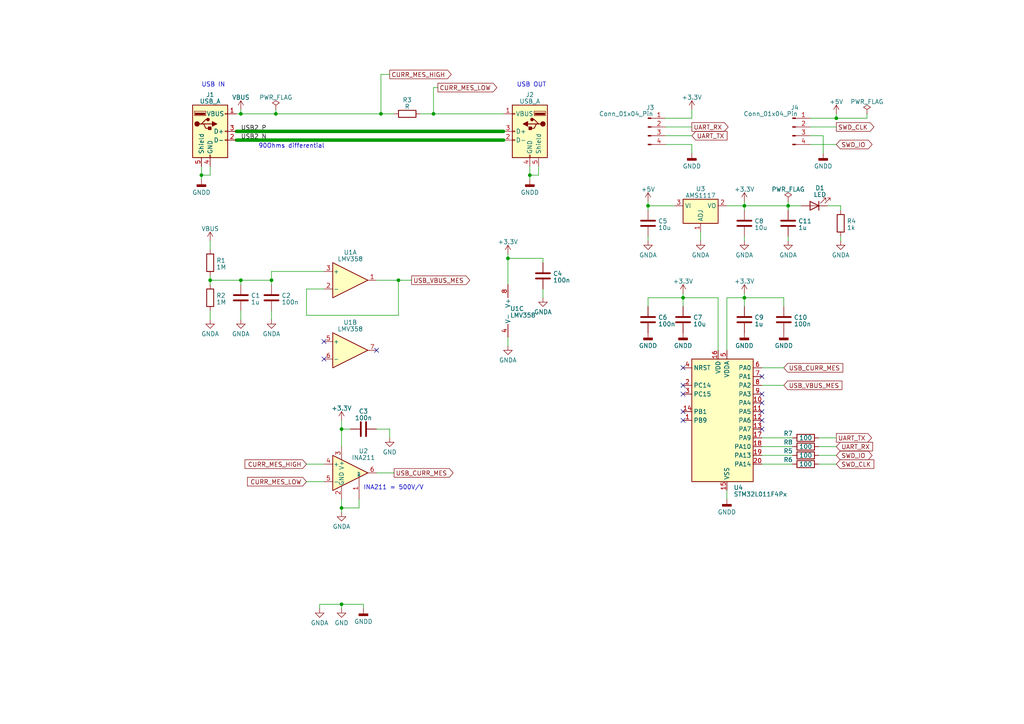
<source format=kicad_sch>
(kicad_sch (version 20230121) (generator eeschema)
  (paper "A4")
  (lib_symbols
    (symbol "Achille_library_7:INA211" (pin_names (offset 0.127))
      (property "Reference" "U" (at 3.81 3.81 0))
      (property "Value" "INA211" (at 3.81 -2.54 0))
      (symbol "INA211_0_1"
        (polyline (pts (xy 5.08 0) (xy -5.08 5.08) (xy -5.08 -5.08) (xy 5.08 0)) (stroke (width 0.254)) (fill (type background)))
      )
      (symbol "INA211_1_1"
        (pin input line (at 2.54 -7.62 90) (length 6.35) (name "REF") (number "1"))
        (pin power_in line (at -2.54 -7.62 90) (length 3.81) (name "GND") (number "2"))
        (pin power_in line (at -2.54 7.62 270) (length 3.81) (name "V+") (number "3"))
        (pin input line (at -7.62 2.54 0) (length 2.54) (name "+") (number "4"))
        (pin input line (at -7.62 -2.54 0) (length 2.54) (name "-") (number "5"))
        (pin output line (at 7.62 0 180) (length 2.54) (name "~") (number "6"))
      )
    )
    (symbol "Amplifier_Operational:LMV358" (pin_names (offset 0.127))
      (property "Reference" "U" (at 0 5.08 0))
      (property "Value" "LMV358" (at 0 -5.08 0))
      (symbol "LMV358_1_1"
        (polyline (pts (xy -5.08 5.08) (xy 5.08 0) (xy -5.08 -5.08) (xy -5.08 5.08)) (stroke (width 0.254)) (fill (type background)))
        (pin output line (at 7.62 0 180) (length 2.54) (name "~") (number "1"))
        (pin input line (at -7.62 -2.54 0) (length 2.54) (name "-") (number "2"))
        (pin input line (at -7.62 2.54 0) (length 2.54) (name "+") (number "3"))
      )
      (symbol "LMV358_2_1"
        (polyline (pts (xy -5.08 5.08) (xy 5.08 0) (xy -5.08 -5.08) (xy -5.08 5.08)) (stroke (width 0.254)) (fill (type background)))
        (pin input line (at -7.62 2.54 0) (length 2.54) (name "+") (number "5"))
        (pin input line (at -7.62 -2.54 0) (length 2.54) (name "-") (number "6"))
        (pin output line (at 7.62 0 180) (length 2.54) (name "~") (number "7"))
      )
      (symbol "LMV358_3_1"
        (pin power_in line (at -2.54 -7.62 90) (length 3.81) (name "V-") (number "4"))
        (pin power_in line (at -2.54 7.62 270) (length 3.81) (name "V+") (number "8"))
      )
    )
    (symbol "Connector:Conn_01x04_Pin" (pin_names (offset 1.016) hide)
      (property "Reference" "J" (at 0 5.08 0))
      (property "Value" "Conn_01x04_Pin" (at 0 -7.62 0))
      (symbol "Conn_01x04_Pin_1_1"
        (polyline (pts (xy 1.27 -5.08) (xy 0.8636 -5.08)) (stroke (width 0.1524)))
        (polyline (pts (xy 1.27 -2.54) (xy 0.8636 -2.54)) (stroke (width 0.1524)))
        (polyline (pts (xy 1.27 0) (xy 0.8636 0)) (stroke (width 0.1524)))
        (polyline (pts (xy 1.27 2.54) (xy 0.8636 2.54)) (stroke (width 0.1524)))
        (rectangle (start 0.8636 -4.953) (end 0 -5.207) (stroke (width 0.1524)) (fill (type outline)))
        (rectangle (start 0.8636 -2.413) (end 0 -2.667) (stroke (width 0.1524)) (fill (type outline)))
        (rectangle (start 0.8636 0.127) (end 0 -0.127) (stroke (width 0.1524)) (fill (type outline)))
        (rectangle (start 0.8636 2.667) (end 0 2.413) (stroke (width 0.1524)) (fill (type outline)))
        (pin passive line (at 5.08 2.54 180) (length 3.81) (name "Pin_1") (number "1"))
        (pin passive line (at 5.08 0 180) (length 3.81) (name "Pin_2") (number "2"))
        (pin passive line (at 5.08 -2.54 180) (length 3.81) (name "Pin_3") (number "3"))
        (pin passive line (at 5.08 -5.08 180) (length 3.81) (name "Pin_4") (number "4"))
      )
    )
    (symbol "Connector:USB_A" (pin_names (offset 1.016))
      (property "Reference" "J" (at -5.08 11.43 0))
      (property "Value" "USB_A" (at -5.08 8.89 0))
      (symbol "USB_A_0_1"
        (rectangle (start -5.08 -7.62) (end 5.08 7.62) (stroke (width 0.254)) (fill (type background)))
        (circle (center -3.81 2.159) (radius 0.635) (stroke (width 0.254)) (fill (type outline)))
        (rectangle (start -1.524 4.826) (end -4.318 5.334) (fill (type outline)))
        (rectangle (start -1.27 4.572) (end -4.572 5.842))
        (circle (center -0.635 3.429) (radius 0.381) (stroke (width 0.254)) (fill (type outline)))
        (rectangle (start -0.127 -7.62) (end 0.127 -6.858))
        (polyline (pts (xy -3.175 2.159) (xy -2.54 2.159) (xy -1.27 3.429) (xy -0.635 3.429)) (stroke (width 0.254)))
        (polyline (pts (xy -2.54 2.159) (xy -1.905 2.159) (xy -1.27 0.889) (xy 0 0.889)) (stroke (width 0.254)))
        (polyline (pts (xy 0.635 2.794) (xy 0.635 1.524) (xy 1.905 2.159) (xy 0.635 2.794)) (stroke (width 0.254)) (fill (type outline)))
        (rectangle (start 0.254 1.27) (end -0.508 0.508) (stroke (width 0.254)) (fill (type outline)))
        (rectangle (start 5.08 -2.667) (end 4.318 -2.413))
        (rectangle (start 5.08 -0.127) (end 4.318 0.127))
        (rectangle (start 5.08 4.953) (end 4.318 5.207))
      )
      (symbol "USB_A_1_1"
        (polyline (pts (xy -1.905 2.159) (xy 0.635 2.159)) (stroke (width 0.254)))
        (pin power_in line (at 7.62 5.08 180) (length 2.54) (name "VBUS") (number "1"))
        (pin bidirectional line (at 7.62 -2.54 180) (length 2.54) (name "D-") (number "2"))
        (pin bidirectional line (at 7.62 0 180) (length 2.54) (name "D+") (number "3"))
        (pin power_in line (at 0 -10.16 90) (length 2.54) (name "GND") (number "4"))
        (pin passive line (at -2.54 -10.16 90) (length 2.54) (name "Shield") (number "5"))
      )
    )
    (symbol "Device:C" (pin_numbers hide) (pin_names (offset 0.254))
      (property "Reference" "C" (at 0.635 2.54 0))
      (property "Value" "C" (at 0.635 -2.54 0))
      (symbol "C_0_1"
        (polyline (pts (xy -2.032 -0.762) (xy 2.032 -0.762)) (stroke (width 0.508)))
        (polyline (pts (xy -2.032 0.762) (xy 2.032 0.762)) (stroke (width 0.508)))
      )
      (symbol "C_1_1"
        (pin passive line (at 0 3.81 270) (length 2.794) (name "~") (number "1"))
        (pin passive line (at 0 -3.81 90) (length 2.794) (name "~") (number "2"))
      )
    )
    (symbol "Device:LED" (pin_numbers hide) (pin_names (offset 1.016) hide)
      (property "Reference" "D" (at 0 2.54 0))
      (property "Value" "LED" (at 0 -2.54 0))
      (symbol "LED_0_1"
        (polyline (pts (xy -1.27 -1.27) (xy -1.27 1.27)) (stroke (width 0.254)))
        (polyline (pts (xy -1.27 0) (xy 1.27 0)))
        (polyline (pts (xy 1.27 -1.27) (xy 1.27 1.27) (xy -1.27 0) (xy 1.27 -1.27)) (stroke (width 0.254)))
        (polyline (pts (xy -3.048 -0.762) (xy -4.572 -2.286) (xy -3.81 -2.286) (xy -4.572 -2.286) (xy -4.572 -1.524)))
        (polyline (pts (xy -1.778 -0.762) (xy -3.302 -2.286) (xy -2.54 -2.286) (xy -3.302 -2.286) (xy -3.302 -1.524)))
      )
      (symbol "LED_1_1"
        (pin passive line (at -3.81 0 0) (length 2.54) (name "K") (number "1"))
        (pin passive line (at 3.81 0 180) (length 2.54) (name "A") (number "2"))
      )
    )
    (symbol "Device:R" (pin_numbers hide) (pin_names (offset 0))
      (property "Reference" "R" (at 2.032 0 90))
      (property "Value" "R" (at 0 0 90))
      (symbol "R_0_1"
        (rectangle (start -1.016 -2.54) (end 1.016 2.54) (stroke (width 0.254)))
      )
      (symbol "R_1_1"
        (pin passive line (at 0 3.81 270) (length 1.27) (name "~") (number "1"))
        (pin passive line (at 0 -3.81 90) (length 1.27) (name "~") (number "2"))
      )
    )
    (symbol "MCU_ST_STM32L0:STM32L011F4Px"
      (property "Reference" "U" (at -7.62 19.05 0))
      (property "Value" "STM32L011F4Px" (at 5.08 19.05 0))
      (symbol "STM32L011F4Px_0_1"
        (rectangle (start -7.62 -17.78) (end 10.16 17.78) (stroke (width 0.254)) (fill (type background)))
      )
      (symbol "STM32L011F4Px_1_1"
        (pin bidirectional line (at -10.16 0 0) (length 2.54) (name "PB9") (number "1"))
        (pin bidirectional line (at 12.7 5.08 180) (length 2.54) (name "PA4") (number "10"))
        (pin bidirectional line (at 12.7 2.54 180) (length 2.54) (name "PA5") (number "11"))
        (pin bidirectional line (at 12.7 0 180) (length 2.54) (name "PA6") (number "12"))
        (pin bidirectional line (at 12.7 -2.54 180) (length 2.54) (name "PA7") (number "13"))
        (pin bidirectional line (at -10.16 2.54 0) (length 2.54) (name "PB1") (number "14"))
        (pin power_in line (at 2.54 -20.32 90) (length 2.54) (name "VSS") (number "15"))
        (pin power_in line (at 0 20.32 270) (length 2.54) (name "VDD") (number "16"))
        (pin bidirectional line (at 12.7 -5.08 180) (length 2.54) (name "PA9") (number "17"))
        (pin bidirectional line (at 12.7 -7.62 180) (length 2.54) (name "PA10") (number "18"))
        (pin bidirectional line (at 12.7 -10.16 180) (length 2.54) (name "PA13") (number "19"))
        (pin bidirectional line (at -10.16 10.16 0) (length 2.54) (name "PC14") (number "2"))
        (pin bidirectional line (at 12.7 -12.7 180) (length 2.54) (name "PA14") (number "20"))
        (pin bidirectional line (at -10.16 7.62 0) (length 2.54) (name "PC15") (number "3"))
        (pin input line (at -10.16 15.24 0) (length 2.54) (name "NRST") (number "4"))
        (pin power_in line (at 2.54 20.32 270) (length 2.54) (name "VDDA") (number "5"))
        (pin bidirectional line (at 12.7 15.24 180) (length 2.54) (name "PA0") (number "6"))
        (pin bidirectional line (at 12.7 12.7 180) (length 2.54) (name "PA1") (number "7"))
        (pin bidirectional line (at 12.7 10.16 180) (length 2.54) (name "PA2") (number "8"))
        (pin bidirectional line (at 12.7 7.62 180) (length 2.54) (name "PA3") (number "9"))
      )
    )
    (symbol "Regulator_Linear:AMS1117"
      (property "Reference" "U" (at -3.81 3.175 0))
      (property "Value" "AMS1117" (at 0 3.175 0))
      (symbol "AMS1117_0_1"
        (rectangle (start -5.08 -5.08) (end 5.08 1.905) (stroke (width 0.254)) (fill (type background)))
      )
      (symbol "AMS1117_1_1"
        (pin input line (at 0 -7.62 90) (length 2.54) (name "ADJ") (number "1"))
        (pin power_out line (at 7.62 0 180) (length 2.54) (name "VO") (number "2"))
        (pin power_in line (at -7.62 0 0) (length 2.54) (name "VI") (number "3"))
      )
    )
    (symbol "power:+3.3V" (power) (pin_names (offset 0))
      (property "Value" "+3.3V" (at 0 3.556 0))
      (symbol "+3.3V_0_1"
        (polyline (pts (xy -0.762 1.27) (xy 0 2.54)))
        (polyline (pts (xy 0 0) (xy 0 2.54)))
        (polyline (pts (xy 0 2.54) (xy 0.762 1.27)))
      )
      (symbol "+3.3V_1_1"
        (pin power_in line (at 0 0 90) (length 0) hide (name "+3.3V") (number "1"))
      )
    )
    (symbol "power:+5V" (power) (pin_names (offset 0))
      (property "Value" "+5V" (at 0 3.556 0))
      (symbol "+5V_0_1"
        (polyline (pts (xy -0.762 1.27) (xy 0 2.54)))
        (polyline (pts (xy 0 0) (xy 0 2.54)))
        (polyline (pts (xy 0 2.54) (xy 0.762 1.27)))
      )
      (symbol "+5V_1_1"
        (pin power_in line (at 0 0 90) (length 0) hide (name "+5V") (number "1"))
      )
    )
    (symbol "power:GND" (power) (pin_names (offset 0))
      (property "Value" "GND" (at 0 -3.81 0))
      (symbol "GND_0_1"
        (polyline (pts (xy 0 0) (xy 0 -1.27) (xy 1.27 -1.27) (xy 0 -2.54) (xy -1.27 -1.27) (xy 0 -1.27)))
      )
      (symbol "GND_1_1"
        (pin power_in line (at 0 0 270) (length 0) hide (name "GND") (number "1"))
      )
    )
    (symbol "power:GNDA" (power) (pin_names (offset 0))
      (property "Value" "GNDA" (at 0 -3.81 0))
      (symbol "GNDA_0_1"
        (polyline (pts (xy 0 0) (xy 0 -1.27) (xy 1.27 -1.27) (xy 0 -2.54) (xy -1.27 -1.27) (xy 0 -1.27)))
      )
      (symbol "GNDA_1_1"
        (pin power_in line (at 0 0 270) (length 0) hide (name "GNDA") (number "1"))
      )
    )
    (symbol "power:GNDD" (power) (pin_names (offset 0))
      (property "Value" "GNDD" (at 0 -3.175 0))
      (symbol "GNDD_0_1"
        (rectangle (start -1.27 -1.524) (end 1.27 -2.032) (stroke (width 0.254)) (fill (type outline)))
        (polyline (pts (xy 0 0) (xy 0 -1.524)))
      )
      (symbol "GNDD_1_1"
        (pin power_in line (at 0 0 270) (length 0) hide (name "GNDD") (number "1"))
      )
    )
    (symbol "power:PWR_FLAG" (power) (pin_numbers hide) (pin_names (offset 0) hide)
      (property "Value" "PWR_FLAG" (at 0 3.81 0))
      (symbol "PWR_FLAG_0_0"
        (pin power_out line (at 0 0 90) (length 0) (name "pwr") (number "1"))
      )
      (symbol "PWR_FLAG_0_1"
        (polyline (pts (xy 0 0) (xy 0 1.27) (xy -1.016 1.905) (xy 0 2.54) (xy 1.016 1.905) (xy 0 1.27)))
      )
    )
    (symbol "power:VBUS" (power) (pin_names (offset 0))
      (property "Value" "VBUS" (at 0 3.81 0))
      (symbol "VBUS_0_1"
        (polyline (pts (xy -0.762 1.27) (xy 0 2.54)))
        (polyline (pts (xy 0 0) (xy 0 2.54)))
        (polyline (pts (xy 0 2.54) (xy 0.762 1.27)))
      )
      (symbol "VBUS_1_1"
        (pin power_in line (at 0 0 90) (length 0) hide (name "VBUS") (number "1"))
      )
    )
  )
  (junction (at 60.96 81.28))
  (junction (at 69.85 33.02))
  (junction (at 125.73 33.02))
  (junction (at 242.57 34.29))
  (junction (at 187.96 59.69))
  (junction (at 215.9 86.36))
  (junction (at 58.42 50.8))
  (junction (at 99.06 147.32))
  (junction (at 153.67 50.8))
  (junction (at 215.9 59.69))
  (junction (at 198.12 86.36))
  (junction (at 99.06 124.46))
  (junction (at 228.6 59.69))
  (junction (at 69.85 81.28))
  (junction (at 78.74 81.28))
  (junction (at 115.57 81.28))
  (junction (at 147.32 74.93))
  (junction (at 99.06 175.26))
  (junction (at 110.49 33.02))
  (junction (at 80.01 33.02))
  (no_connect (at 220.98 109.22))
  (no_connect (at 220.98 124.46))
  (no_connect (at 109.22 101.6))
  (no_connect (at 220.98 114.3))
  (no_connect (at 220.98 121.92))
  (no_connect (at 220.98 119.38))
  (no_connect (at 198.12 119.38))
  (no_connect (at 93.98 99.06))
  (no_connect (at 198.12 114.3))
  (no_connect (at 198.12 106.68))
  (no_connect (at 220.98 116.84))
  (no_connect (at 198.12 111.76))
  (no_connect (at 93.98 104.14))
  (no_connect (at 198.12 121.92))
  (wire (pts (xy 68.58 33.02) (xy 69.85 33.02)))
  (wire (pts (xy 88.9 134.62) (xy 93.98 134.62)))
  (wire (pts (xy 153.67 50.8) (xy 153.67 52.07)))
  (wire (pts (xy 88.9 91.44) (xy 115.57 91.44)))
  (wire (pts (xy 215.9 59.69) (xy 228.6 59.69)))
  (wire (pts (xy 78.74 90.17) (xy 78.74 92.71)))
  (wire (pts (xy 80.01 33.02) (xy 110.49 33.02)))
  (wire (pts (xy 210.82 101.6) (xy 210.82 86.36)))
  (wire (pts (xy 93.98 78.74) (xy 78.74 78.74)))
  (wire (pts (xy 113.03 124.46) (xy 113.03 127)))
  (wire (pts (xy 243.84 68.58) (xy 243.84 69.85)))
  (wire (pts (xy 237.49 134.62) (xy 242.57 134.62)))
  (wire (pts (xy 60.96 81.28) (xy 60.96 82.55)))
  (wire (pts (xy 215.9 68.58) (xy 215.9 69.85)))
  (wire (pts (xy 187.96 86.36) (xy 187.96 88.9)))
  (wire (pts (xy 104.14 147.32) (xy 99.06 147.32)))
  (wire (pts (xy 200.66 34.29) (xy 193.04 34.29)))
  (wire (pts (xy 228.6 58.42) (xy 228.6 59.69)))
  (wire (pts (xy 110.49 21.59) (xy 110.49 33.02)))
  (wire (pts (xy 99.06 124.46) (xy 101.6 124.46)))
  (wire (pts (xy 187.96 59.69) (xy 187.96 60.96)))
  (wire (pts (xy 109.22 124.46) (xy 113.03 124.46)))
  (wire (pts (xy 60.96 90.17) (xy 60.96 92.71)))
  (wire (pts (xy 99.06 129.54) (xy 99.06 124.46)))
  (wire (pts (xy 220.98 134.62) (xy 229.87 134.62)))
  (wire (pts (xy 99.06 147.32) (xy 99.06 144.78)))
  (wire (pts (xy 68.58 38.1) (xy 146.05 38.1)) (stroke (width 1)))
  (wire (pts (xy 215.9 59.69) (xy 215.9 60.96)))
  (wire (pts (xy 153.67 48.26) (xy 153.67 50.8)))
  (wire (pts (xy 88.9 83.82) (xy 88.9 91.44)))
  (wire (pts (xy 109.22 137.16) (xy 114.3 137.16)))
  (wire (pts (xy 109.22 81.28) (xy 115.57 81.28)))
  (wire (pts (xy 92.71 175.26) (xy 99.06 175.26)))
  (wire (pts (xy 147.32 74.93) (xy 157.48 74.93)))
  (wire (pts (xy 68.58 40.64) (xy 146.05 40.64)) (stroke (width 1)))
  (wire (pts (xy 198.12 86.36) (xy 198.12 88.9)))
  (wire (pts (xy 60.96 69.85) (xy 60.96 72.39)))
  (wire (pts (xy 237.49 132.08) (xy 242.57 132.08)))
  (wire (pts (xy 105.41 175.26) (xy 105.41 176.53)))
  (wire (pts (xy 251.46 33.02) (xy 251.46 34.29)))
  (wire (pts (xy 234.95 36.83) (xy 242.57 36.83)))
  (wire (pts (xy 58.42 48.26) (xy 58.42 50.8)))
  (wire (pts (xy 157.48 83.82) (xy 157.48 86.36)))
  (wire (pts (xy 99.06 121.92) (xy 99.06 124.46)))
  (wire (pts (xy 228.6 68.58) (xy 228.6 69.85)))
  (wire (pts (xy 187.96 68.58) (xy 187.96 69.85)))
  (wire (pts (xy 147.32 73.66) (xy 147.32 74.93)))
  (wire (pts (xy 243.84 59.69) (xy 243.84 60.96)))
  (wire (pts (xy 69.85 31.75) (xy 69.85 33.02)))
  (wire (pts (xy 227.33 86.36) (xy 227.33 88.9)))
  (wire (pts (xy 208.28 86.36) (xy 198.12 86.36)))
  (wire (pts (xy 69.85 81.28) (xy 78.74 81.28)))
  (wire (pts (xy 220.98 132.08) (xy 229.87 132.08)))
  (wire (pts (xy 234.95 41.91) (xy 242.57 41.91)))
  (wire (pts (xy 237.49 129.54) (xy 242.57 129.54)))
  (wire (pts (xy 242.57 33.02) (xy 242.57 34.29)))
  (wire (pts (xy 60.96 50.8) (xy 60.96 48.26)))
  (wire (pts (xy 125.73 25.4) (xy 127 25.4)))
  (wire (pts (xy 115.57 81.28) (xy 119.38 81.28)))
  (wire (pts (xy 125.73 33.02) (xy 146.05 33.02)))
  (wire (pts (xy 147.32 97.79) (xy 147.32 100.33)))
  (wire (pts (xy 220.98 127) (xy 229.87 127)))
  (wire (pts (xy 60.96 80.01) (xy 60.96 81.28)))
  (wire (pts (xy 210.82 86.36) (xy 215.9 86.36)))
  (wire (pts (xy 60.96 81.28) (xy 69.85 81.28)))
  (wire (pts (xy 58.42 50.8) (xy 58.42 52.07)))
  (wire (pts (xy 215.9 85.09) (xy 215.9 86.36)))
  (wire (pts (xy 121.92 33.02) (xy 125.73 33.02)))
  (wire (pts (xy 110.49 21.59) (xy 113.03 21.59)))
  (wire (pts (xy 147.32 74.93) (xy 147.32 82.55)))
  (wire (pts (xy 203.2 67.31) (xy 203.2 69.85)))
  (wire (pts (xy 80.01 31.75) (xy 80.01 33.02)))
  (wire (pts (xy 228.6 59.69) (xy 232.41 59.69)))
  (wire (pts (xy 104.14 144.78) (xy 104.14 147.32)))
  (wire (pts (xy 200.66 41.91) (xy 200.66 44.45)))
  (wire (pts (xy 193.04 36.83) (xy 200.66 36.83)))
  (wire (pts (xy 237.49 127) (xy 242.57 127)))
  (wire (pts (xy 198.12 86.36) (xy 187.96 86.36)))
  (wire (pts (xy 92.71 175.26) (xy 92.71 176.53)))
  (wire (pts (xy 193.04 39.37) (xy 200.66 39.37)))
  (wire (pts (xy 69.85 33.02) (xy 80.01 33.02)))
  (wire (pts (xy 115.57 91.44) (xy 115.57 81.28)))
  (wire (pts (xy 69.85 81.28) (xy 69.85 82.55)))
  (wire (pts (xy 210.82 142.24) (xy 210.82 144.78)))
  (wire (pts (xy 215.9 58.42) (xy 215.9 59.69)))
  (wire (pts (xy 220.98 129.54) (xy 229.87 129.54)))
  (wire (pts (xy 220.98 106.68) (xy 227.33 106.68)))
  (wire (pts (xy 156.21 50.8) (xy 156.21 48.26)))
  (wire (pts (xy 215.9 86.36) (xy 215.9 88.9)))
  (wire (pts (xy 153.67 50.8) (xy 156.21 50.8)))
  (wire (pts (xy 242.57 34.29) (xy 234.95 34.29)))
  (wire (pts (xy 238.76 39.37) (xy 238.76 44.45)))
  (wire (pts (xy 210.82 59.69) (xy 215.9 59.69)))
  (wire (pts (xy 88.9 139.7) (xy 93.98 139.7)))
  (wire (pts (xy 195.58 59.69) (xy 187.96 59.69)))
  (wire (pts (xy 99.06 175.26) (xy 105.41 175.26)))
  (wire (pts (xy 215.9 86.36) (xy 227.33 86.36)))
  (wire (pts (xy 99.06 147.32) (xy 99.06 148.59)))
  (wire (pts (xy 78.74 81.28) (xy 78.74 82.55)))
  (wire (pts (xy 240.03 59.69) (xy 243.84 59.69)))
  (wire (pts (xy 69.85 90.17) (xy 69.85 92.71)))
  (wire (pts (xy 198.12 85.09) (xy 198.12 86.36)))
  (wire (pts (xy 251.46 34.29) (xy 242.57 34.29)))
  (wire (pts (xy 187.96 58.42) (xy 187.96 59.69)))
  (wire (pts (xy 200.66 31.75) (xy 200.66 34.29)))
  (wire (pts (xy 125.73 33.02) (xy 125.73 25.4)))
  (wire (pts (xy 99.06 175.26) (xy 99.06 176.53)))
  (wire (pts (xy 110.49 33.02) (xy 114.3 33.02)))
  (wire (pts (xy 78.74 78.74) (xy 78.74 81.28)))
  (wire (pts (xy 193.04 41.91) (xy 200.66 41.91)))
  (wire (pts (xy 208.28 101.6) (xy 208.28 86.36)))
  (wire (pts (xy 234.95 39.37) (xy 238.76 39.37)))
  (wire (pts (xy 58.42 50.8) (xy 60.96 50.8)))
  (wire (pts (xy 228.6 59.69) (xy 228.6 60.96)))
  (wire (pts (xy 220.98 111.76) (xy 227.33 111.76)))
  (wire (pts (xy 93.98 83.82) (xy 88.9 83.82)))
  (wire (pts (xy 157.48 76.2) (xy 157.48 74.93)))
  (text "INA211 = 500V/V" (at 105.41 142.24 0) (effects (font (size 1.27 1.27)) (justify left bottom)))
  (text "USB IN" (at 58.42 25.4 0) (effects (font (size 1.27 1.27)) (justify left bottom)))
  (text "90Ohms differential" (at 74.93 43.18 0) (effects (font (size 1.27 1.27)) (justify left bottom)))
  (text "USB OUT" (at 149.86 25.4 0) (effects (font (size 1.27 1.27)) (justify left bottom)))
  (label "USB2_N" (at 69.85 40.64 0))
  (label "USB2_P" (at 69.85 38.1 0))
  (global_label "USB_CURR_MES" (shape input) (at 227.33 106.68 0) (property "Intersheetrefs" "${INTERSHEET_REFS}" (effects hide)))
  (global_label "CURR_MES_HIGH" (shape input) (at 88.9 134.62 180) (property "Intersheetrefs" "${INTERSHEET_REFS}" (effects hide)))
  (global_label "SWD_CLK" (shape output) (at 242.57 36.83 0) (property "Intersheetrefs" "${INTERSHEET_REFS}" (effects hide)))
  (global_label "CURR_MES_HIGH" (shape output) (at 113.03 21.59 0) (property "Intersheetrefs" "${INTERSHEET_REFS}" (effects hide)))
  (global_label "USB_VBUS_MES" (shape output) (at 119.38 81.28 0) (property "Intersheetrefs" "${INTERSHEET_REFS}" (effects hide)))
  (global_label "SWD_CLK" (shape input) (at 242.57 134.62 0) (property "Intersheetrefs" "${INTERSHEET_REFS}" (effects hide)))
  (global_label "UART_RX" (shape input) (at 242.57 129.54 0) (property "Intersheetrefs" "${INTERSHEET_REFS}" (effects hide)))
  (global_label "UART_RX" (shape output) (at 200.66 36.83 0) (property "Intersheetrefs" "${INTERSHEET_REFS}" (effects hide)))
  (global_label "SWD_IO" (shape bidirectional) (at 242.57 132.08 0) (property "Intersheetrefs" "${INTERSHEET_REFS}" (effects hide)))
  (global_label "UART_TX" (shape output) (at 242.57 127 0) (property "Intersheetrefs" "${INTERSHEET_REFS}" (effects hide)))
  (global_label "USB_CURR_MES" (shape output) (at 114.3 137.16 0) (property "Intersheetrefs" "${INTERSHEET_REFS}" (effects hide)))
  (global_label "CURR_MES_LOW" (shape input) (at 88.9 139.7 180) (property "Intersheetrefs" "${INTERSHEET_REFS}" (effects hide)))
  (global_label "SWD_IO" (shape bidirectional) (at 242.57 41.91 0) (property "Intersheetrefs" "${INTERSHEET_REFS}" (effects hide)))
  (global_label "USB_VBUS_MES" (shape input) (at 227.33 111.76 0) (property "Intersheetrefs" "${INTERSHEET_REFS}" (effects hide)))
  (global_label "CURR_MES_LOW" (shape output) (at 127 25.4 0) (property "Intersheetrefs" "${INTERSHEET_REFS}" (effects hide)))
  (global_label "UART_TX" (shape input) (at 200.66 39.37 0) (property "Intersheetrefs" "${INTERSHEET_REFS}" (effects hide)))
  (symbol (lib_id "Device:C") (at 228.6 64.77 0) (unit 1)
    (property "Reference" "C11" (at 231.521 64.1263 0) (effects (justify left)))
    (property "Value" "1u" (at 231.521 66.0473 0) (effects (justify left)))
    (property "Footprint" "Capacitor_SMD:C_0805_2012Metric_Pad1.18x1.45mm_HandSolder" (effects hide))
  )
  (symbol (lib_id "Achille_library_7:INA211") (at 101.6 137.16 0) (unit 1)
    (property "Reference" "U2" (at 105.41 130.81 0))
    (property "Value" "INA211" (at 105.41 132.731 0))
    (property "Footprint" "Package_TO_SOT_SMD:SOT-363_SC-70-6_Handsoldering" (effects hide))
    (property "Datasheet" "https://www.ti.com/lit/ds/symlink/ina211.pdf" (effects hide))
  )
  (symbol (lib_id "power:VBUS") (at 60.96 69.85 0) (unit 1)
    (property "Reference" "#PWR01" (effects hide))
    (property "Value" "VBUS" (at 60.96 66.3481 0))
  )
  (symbol (lib_id "Device:R") (at 243.84 64.77 0) (unit 1)
    (property "Reference" "R4" (at 245.618 64.1263 0) (effects (justify left)))
    (property "Value" "1k" (at 245.618 66.0473 0) (effects (justify left)))
    (property "Footprint" "Resistor_SMD:R_0603_1608Metric_Pad0.98x0.95mm_HandSolder" (effects hide))
  )
  (symbol (lib_id "Device:C") (at 69.85 86.36 0) (unit 1)
    (property "Reference" "C1" (at 72.771 85.7163 0) (effects (justify left)))
    (property "Value" "1u" (at 72.771 87.6373 0) (effects (justify left)))
    (property "Footprint" "Capacitor_SMD:C_0805_2012Metric_Pad1.18x1.45mm_HandSolder" (effects hide))
  )
  (symbol (lib_id "Amplifier_Operational:LMV358") (at 101.6 101.6 0) (unit 2)
    (property "Reference" "U1" (at 101.6 93.5101 0))
    (property "Value" "LMV358" (at 101.6 95.4311 0))
    (property "Footprint" "Package_SO:TSSOP-8_3x3mm_P0.65mm" (effects hide))
    (property "Datasheet" "http://www.ti.com/lit/ds/symlink/lmv324.pdf" (effects hide))
  )
  (symbol (lib_id "power:GNDD") (at 105.41 176.53 0) (unit 1)
    (property "Reference" "#PWR032" (effects hide))
    (property "Value" "GNDD" (at 105.41 180.2845 0))
  )
  (symbol (lib_id "power:+3.3V") (at 99.06 121.92 0) (unit 1)
    (property "Reference" "#PWR07" (effects hide))
    (property "Value" "+3.3V" (at 99.06 118.4181 0))
  )
  (symbol (lib_id "power:PWR_FLAG") (at 80.01 31.75 0) (unit 1)
    (property "Reference" "#FLG01" (effects hide))
    (property "Value" "PWR_FLAG" (at 80.01 28.2481 0))
  )
  (symbol (lib_id "power:GNDD") (at 200.66 44.45 0) (unit 1)
    (property "Reference" "#PWR028" (effects hide))
    (property "Value" "GNDD" (at 200.66 48.2045 0))
  )
  (symbol (lib_id "Device:LED") (at 236.22 59.69 180) (unit 1)
    (property "Reference" "D1" (at 237.8075 54.5211 0))
    (property "Value" "LED" (at 237.8075 56.4421 0))
    (property "Footprint" "Diode_SMD:D_0805_2012Metric_Pad1.15x1.40mm_HandSolder" (effects hide))
  )
  (symbol (lib_id "Connector:USB_A") (at 60.96 38.1 0) (unit 1)
    (property "Reference" "J1" (at 60.96 27.4701 0))
    (property "Value" "USB_A" (at 60.96 29.3911 0))
    (property "Footprint" "Connector_USB:USB_A_CONNFLY_DS1095-WNR0" (effects hide))
    (property "Datasheet" " ~" (effects hide))
  )
  (symbol (lib_id "power:GNDD") (at 198.12 96.52 0) (unit 1)
    (property "Reference" "#PWR016" (effects hide))
    (property "Value" "GNDD" (at 198.12 100.2745 0))
  )
  (symbol (lib_id "power:GND") (at 113.03 127 0) (unit 1)
    (property "Reference" "#PWR09" (effects hide))
    (property "Value" "GND" (at 113.03 131.1355 0))
  )
  (symbol (lib_id "Device:R") (at 60.96 76.2 0) (unit 1)
    (property "Reference" "R1" (at 62.738 75.5563 0) (effects (justify left)))
    (property "Value" "1M" (at 62.738 77.4773 0) (effects (justify left)))
    (property "Footprint" "Resistor_SMD:R_0603_1608Metric_Pad0.98x0.95mm_HandSolder" (effects hide))
  )
  (symbol (lib_id "Device:R") (at 233.68 127 90) (unit 1)
    (property "Reference" "R7" (at 228.6 125.73 90))
    (property "Value" "100" (at 233.68 127 90))
    (property "Footprint" "Resistor_SMD:R_0603_1608Metric_Pad0.98x0.95mm_HandSolder" (effects hide))
  )
  (symbol (lib_id "power:GND") (at 99.06 176.53 0) (unit 1)
    (property "Reference" "#PWR034" (effects hide))
    (property "Value" "GND" (at 99.06 180.6655 0))
  )
  (symbol (lib_id "Device:C") (at 215.9 64.77 0) (unit 1)
    (property "Reference" "C8" (at 218.821 64.1263 0) (effects (justify left)))
    (property "Value" "10u" (at 218.821 66.0473 0) (effects (justify left)))
    (property "Footprint" "Capacitor_SMD:C_0805_2012Metric_Pad1.18x1.45mm_HandSolder" (effects hide))
  )
  (symbol (lib_id "Device:R") (at 233.68 129.54 90) (unit 1)
    (property "Reference" "R8" (at 228.6 128.27 90))
    (property "Value" "100" (at 233.68 132.08 90))
    (property "Footprint" "Resistor_SMD:R_0603_1608Metric_Pad0.98x0.95mm_HandSolder" (effects hide))
  )
  (symbol (lib_id "power:VBUS") (at 69.85 31.75 0) (unit 1)
    (property "Reference" "#PWR06" (effects hide))
    (property "Value" "VBUS" (at 69.85 28.2481 0))
  )
  (symbol (lib_id "power:GNDD") (at 153.67 52.07 0) (unit 1)
    (property "Reference" "#PWR024" (effects hide))
    (property "Value" "GNDD" (at 153.67 55.8245 0))
  )
  (symbol (lib_id "power:GNDA") (at 203.2 69.85 0) (unit 1)
    (property "Reference" "#PWR013" (effects hide))
    (property "Value" "GNDA" (at 203.2 73.9855 0))
  )
  (symbol (lib_id "Device:C") (at 105.41 124.46 90) (unit 1)
    (property "Reference" "C3" (at 105.41 119.2911 90))
    (property "Value" "100n" (at 105.41 121.2121 90))
    (property "Footprint" "Capacitor_SMD:C_0603_1608Metric_Pad1.08x0.95mm_HandSolder" (effects hide))
  )
  (symbol (lib_id "Device:R") (at 118.11 33.02 90) (unit 1)
    (property "Reference" "R3" (at 118.11 28.9941 90))
    (property "Value" "R" (at 118.11 30.9151 90))
    (property "Footprint" "Resistor_SMD:R_0805_2012Metric_Pad1.20x1.40mm_HandSolder" (effects hide))
  )
  (symbol (lib_id "power:GNDA") (at 60.96 92.71 0) (unit 1)
    (property "Reference" "#PWR04" (effects hide))
    (property "Value" "GNDA" (at 60.96 96.8455 0))
  )
  (symbol (lib_id "power:GNDA") (at 99.06 148.59 0) (unit 1)
    (property "Reference" "#PWR08" (effects hide))
    (property "Value" "GNDA" (at 99.06 152.7255 0))
  )
  (symbol (lib_id "power:GNDA") (at 92.71 176.53 0) (unit 1)
    (property "Reference" "#PWR033" (effects hide))
    (property "Value" "GNDA" (at 92.71 180.6655 0))
  )
  (symbol (lib_id "power:+3.3V") (at 147.32 73.66 0) (unit 1)
    (property "Reference" "#PWR010" (effects hide))
    (property "Value" "+3.3V" (at 147.32 70.1581 0))
  )
  (symbol (lib_id "power:GNDD") (at 210.82 144.78 0) (unit 1)
    (property "Reference" "#PWR031" (effects hide))
    (property "Value" "GNDD" (at 210.82 148.5345 0))
  )
  (symbol (lib_id "power:+3.3V") (at 215.9 85.09 0) (unit 1)
    (property "Reference" "#PWR025" (effects hide))
    (property "Value" "+3.3V" (at 215.9 81.5881 0))
  )
  (symbol (lib_id "power:+5V") (at 242.57 33.02 0) (unit 1)
    (property "Reference" "#PWR030" (effects hide))
    (property "Value" "+5V" (at 242.57 29.5181 0))
  )
  (symbol (lib_id "power:GNDD") (at 227.33 96.52 0) (unit 1)
    (property "Reference" "#PWR026" (effects hide))
    (property "Value" "GNDD" (at 227.33 100.2745 0))
  )
  (symbol (lib_id "power:+5V") (at 187.96 58.42 0) (unit 1)
    (property "Reference" "#PWR014" (effects hide))
    (property "Value" "+5V" (at 187.96 54.9181 0))
  )
  (symbol (lib_id "Device:C") (at 187.96 92.71 0) (unit 1)
    (property "Reference" "C6" (at 190.881 92.0663 0) (effects (justify left)))
    (property "Value" "100n" (at 190.881 93.9873 0) (effects (justify left)))
    (property "Footprint" "Capacitor_SMD:C_0603_1608Metric_Pad1.08x0.95mm_HandSolder" (effects hide))
  )
  (symbol (lib_id "Connector:USB_A") (at 153.67 38.1 0) (mirror y) (unit 1)
    (property "Reference" "J2" (at 153.67 27.4701 0))
    (property "Value" "USB_A" (at 153.67 29.3911 0))
    (property "Footprint" "Connector_USB:USB_A_CONNFLY_DS1095-WNR0" (effects hide))
    (property "Datasheet" " ~" (effects hide))
  )
  (symbol (lib_id "power:GNDA") (at 187.96 69.85 0) (unit 1)
    (property "Reference" "#PWR011" (effects hide))
    (property "Value" "GNDA" (at 187.96 73.9855 0))
  )
  (symbol (lib_id "power:+3.3V") (at 215.9 58.42 0) (unit 1)
    (property "Reference" "#PWR023" (effects hide))
    (property "Value" "+3.3V" (at 215.9 54.9181 0))
  )
  (symbol (lib_id "power:PWR_FLAG") (at 251.46 33.02 0) (unit 1)
    (property "Reference" "#FLG03" (effects hide))
    (property "Value" "PWR_FLAG" (at 251.46 29.5181 0))
  )
  (symbol (lib_id "power:GNDA") (at 69.85 92.71 0) (unit 1)
    (property "Reference" "#PWR02" (effects hide))
    (property "Value" "GNDA" (at 69.85 96.8455 0))
  )
  (symbol (lib_id "Device:C") (at 157.48 80.01 0) (unit 1)
    (property "Reference" "C4" (at 160.401 79.3663 0) (effects (justify left)))
    (property "Value" "100n" (at 160.401 81.2873 0) (effects (justify left)))
    (property "Footprint" "Capacitor_SMD:C_0603_1608Metric_Pad1.08x0.95mm_HandSolder" (effects hide))
  )
  (symbol (lib_id "Device:C") (at 227.33 92.71 0) (unit 1)
    (property "Reference" "C10" (at 230.251 92.0663 0) (effects (justify left)))
    (property "Value" "100n" (at 230.251 93.9873 0) (effects (justify left)))
    (property "Footprint" "Capacitor_SMD:C_0603_1608Metric_Pad1.08x0.95mm_HandSolder" (effects hide))
  )
  (symbol (lib_id "Device:C") (at 198.12 92.71 0) (unit 1)
    (property "Reference" "C7" (at 201.041 92.0663 0) (effects (justify left)))
    (property "Value" "10u" (at 201.041 93.9873 0) (effects (justify left)))
    (property "Footprint" "Capacitor_SMD:C_0805_2012Metric_Pad1.18x1.45mm_HandSolder" (effects hide))
  )
  (symbol (lib_id "power:GNDA") (at 243.84 69.85 0) (unit 1)
    (property "Reference" "#PWR021" (effects hide))
    (property "Value" "GNDA" (at 243.84 73.9855 0))
  )
  (symbol (lib_id "power:+3.3V") (at 200.66 31.75 0) (unit 1)
    (property "Reference" "#PWR019" (effects hide))
    (property "Value" "+3.3V" (at 200.66 28.2481 0))
  )
  (symbol (lib_id "power:GNDA") (at 147.32 100.33 0) (unit 1)
    (property "Reference" "#PWR05" (effects hide))
    (property "Value" "GNDA" (at 147.32 104.4655 0))
  )
  (symbol (lib_id "power:GNDA") (at 215.9 69.85 0) (unit 1)
    (property "Reference" "#PWR015" (effects hide))
    (property "Value" "GNDA" (at 215.9 73.9855 0))
  )
  (symbol (lib_id "Amplifier_Operational:LMV358") (at 101.6 81.28 0) (unit 1)
    (property "Reference" "U1" (at 101.6 73.1901 0))
    (property "Value" "LMV358" (at 101.6 75.1111 0))
    (property "Footprint" "Package_SO:TSSOP-8_3x3mm_P0.65mm" (effects hide))
    (property "Datasheet" "http://www.ti.com/lit/ds/symlink/lmv324.pdf" (effects hide))
  )
  (symbol (lib_id "Device:C") (at 78.74 86.36 0) (unit 1)
    (property "Reference" "C2" (at 81.661 85.7163 0) (effects (justify left)))
    (property "Value" "100n" (at 81.661 87.6373 0) (effects (justify left)))
    (property "Footprint" "Capacitor_SMD:C_0603_1608Metric_Pad1.08x0.95mm_HandSolder" (effects hide))
  )
  (symbol (lib_id "MCU_ST_STM32L0:STM32L011F4Px") (at 208.28 121.92 0) (unit 1)
    (property "Reference" "U4" (at 212.7759 141.4225 0) (effects (justify left)))
    (property "Value" "STM32L011F4Px" (at 212.7759 143.3435 0) (effects (justify left)))
    (property "Footprint" "Package_SO:TSSOP-20_4.4x6.5mm_P0.65mm" (effects hide))
    (property "Datasheet" "https://www.st.com/resource/en/datasheet/stm32l011f4.pdf" (effects hide))
  )
  (symbol (lib_id "power:GNDA") (at 157.48 86.36 0) (unit 1)
    (property "Reference" "#PWR027" (effects hide))
    (property "Value" "GNDA" (at 157.48 90.4955 0))
  )
  (symbol (lib_id "power:+3.3V") (at 198.12 85.09 0) (unit 1)
    (property "Reference" "#PWR017" (effects hide))
    (property "Value" "+3.3V" (at 198.12 81.5881 0))
  )
  (symbol (lib_id "Device:R") (at 233.68 134.62 90) (unit 1)
    (property "Reference" "R6" (at 228.6 133.35 90))
    (property "Value" "100" (at 233.68 134.62 90))
    (property "Footprint" "Resistor_SMD:R_0603_1608Metric_Pad0.98x0.95mm_HandSolder" (effects hide))
  )
  (symbol (lib_id "Amplifier_Operational:LMV358") (at 149.86 90.17 0) (unit 3)
    (property "Reference" "U1" (at 147.955 89.5263 0) (effects (justify left)))
    (property "Value" "LMV358" (at 147.955 91.4473 0) (effects (justify left)))
    (property "Footprint" "Package_SO:TSSOP-8_3x3mm_P0.65mm" (effects hide))
    (property "Datasheet" "http://www.ti.com/lit/ds/symlink/lmv324.pdf" (effects hide))
  )
  (symbol (lib_id "Regulator_Linear:AMS1117") (at 203.2 59.69 0) (unit 1)
    (property "Reference" "U3" (at 203.2 54.7751 0))
    (property "Value" "AMS1117" (at 203.2 56.6961 0))
    (property "Footprint" "Package_TO_SOT_SMD:SOT-223-3_TabPin2" (effects hide))
    (property "Datasheet" "http://www.advanced-monolithic.com/pdf/ds1117.pdf" (effects hide))
  )
  (symbol (lib_id "power:GNDD") (at 187.96 96.52 0) (unit 1)
    (property "Reference" "#PWR012" (effects hide))
    (property "Value" "GNDD" (at 187.96 100.2745 0))
  )
  (symbol (lib_id "power:PWR_FLAG") (at 228.6 58.42 0) (unit 1)
    (property "Reference" "#FLG02" (effects hide))
    (property "Value" "PWR_FLAG" (at 228.6 54.9181 0))
  )
  (symbol (lib_id "Connector:Conn_01x04_Pin") (at 229.87 36.83 0) (unit 1)
    (property "Reference" "J4" (at 230.505 31.2039 0))
    (property "Value" "Conn_01x04_Pin" (at 223.52 33.02 0))
    (property "Footprint" "Connector_PinHeader_2.54mm:PinHeader_1x04_P2.54mm_Vertical" (effects hide))
  )
  (symbol (lib_id "Device:C") (at 215.9 92.71 0) (unit 1)
    (property "Reference" "C9" (at 218.821 92.0663 0) (effects (justify left)))
    (property "Value" "1u" (at 218.821 93.9873 0) (effects (justify left)))
    (property "Footprint" "Capacitor_SMD:C_0805_2012Metric_Pad1.18x1.45mm_HandSolder" (effects hide))
  )
  (symbol (lib_id "power:GNDD") (at 58.42 52.07 0) (unit 1)
    (property "Reference" "#PWR022" (effects hide))
    (property "Value" "GNDD" (at 58.42 55.8245 0))
  )
  (symbol (lib_id "Connector:Conn_01x04_Pin") (at 187.96 36.83 0) (unit 1)
    (property "Reference" "J3" (at 188.595 31.2039 0))
    (property "Value" "Conn_01x04_Pin" (at 181.61 33.02 0))
    (property "Footprint" "Connector_PinHeader_2.54mm:PinHeader_1x04_P2.54mm_Vertical" (effects hide))
  )
  (symbol (lib_id "power:GNDD") (at 238.76 44.45 0) (unit 1)
    (property "Reference" "#PWR029" (effects hide))
    (property "Value" "GNDD" (at 238.76 48.2045 0))
  )
  (symbol (lib_id "power:GNDA") (at 78.74 92.71 0) (unit 1)
    (property "Reference" "#PWR03" (effects hide))
    (property "Value" "GNDA" (at 78.74 96.8455 0))
  )
  (symbol (lib_id "power:GNDD") (at 215.9 96.52 0) (unit 1)
    (property "Reference" "#PWR018" (effects hide))
    (property "Value" "GNDD" (at 215.9 100.2745 0))
  )
  (symbol (lib_id "Device:R") (at 233.68 132.08 90) (unit 1)
    (property "Reference" "R5" (at 228.6 130.81 90))
    (property "Value" "100" (at 233.68 129.54 90))
    (property "Footprint" "Resistor_SMD:R_0603_1608Metric_Pad0.98x0.95mm_HandSolder" (effects hide))
  )
  (symbol (lib_id "Device:C") (at 187.96 64.77 0) (unit 1)
    (property "Reference" "C5" (at 190.881 64.1263 0) (effects (justify left)))
    (property "Value" "10u" (at 190.881 66.0473 0) (effects (justify left)))
    (property "Footprint" "Capacitor_SMD:C_0805_2012Metric_Pad1.18x1.45mm_HandSolder" (effects hide))
  )
  (symbol (lib_id "Device:R") (at 60.96 86.36 0) (unit 1)
    (property "Reference" "R2" (at 62.738 85.7163 0) (effects (justify left)))
    (property "Value" "1M" (at 62.738 87.6373 0) (effects (justify left)))
    (property "Footprint" "Resistor_SMD:R_0603_1608Metric_Pad0.98x0.95mm_HandSolder" (effects hide))
  )
  (symbol (lib_id "power:GNDA") (at 228.6 69.85 0) (unit 1)
    (property "Reference" "#PWR020" (effects hide))
    (property "Value" "GNDA" (at 228.6 73.9855 0))
  )
)
</source>
